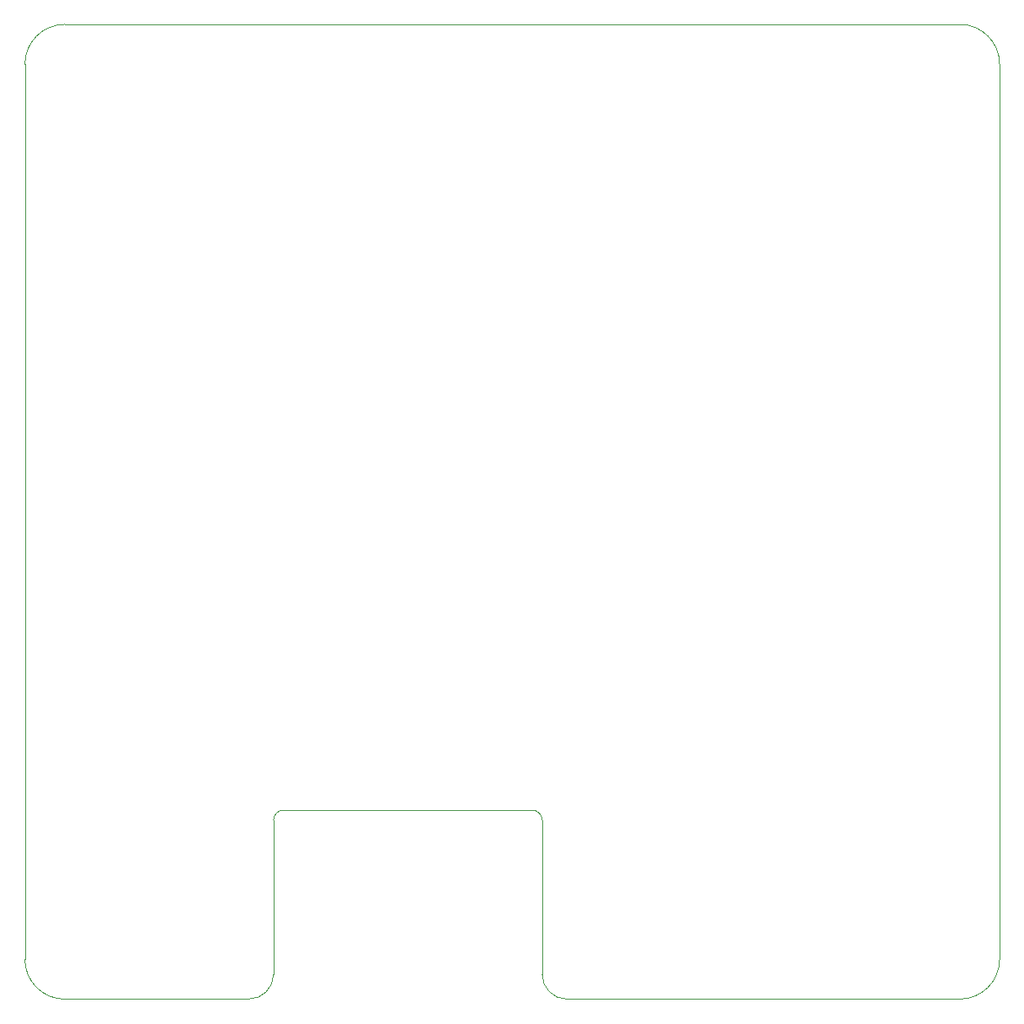
<source format=gbr>
G04 #@! TF.GenerationSoftware,KiCad,Pcbnew,6.0.5+dfsg-1~bpo11+1*
G04 #@! TF.ProjectId,maglock,6d61676c-6f63-46b2-9e6b-696361645f70,2.0*
G04 #@! TF.SameCoordinates,Original*
G04 #@! TF.FileFunction,Profile,NP*
%FSLAX46Y46*%
G04 Gerber Fmt 4.6, Leading zero omitted, Abs format (unit mm)*
%MOMM*%
%LPD*%
G01*
G04 APERTURE LIST*
G04 #@! TA.AperFunction,Profile*
%ADD10C,0.100000*%
G04 #@! TD*
G04 APERTURE END LIST*
D10*
X105000000Y-146000000D02*
G75*
G03*
X109000000Y-150000000I4000000J0D01*
G01*
X105000000Y-146000000D02*
X105000000Y-56000000D01*
X127500000Y-150000000D02*
X109000000Y-150000000D01*
X157000000Y-132000000D02*
G75*
G03*
X156000000Y-131000000I-1000000J0D01*
G01*
X109000000Y-52000000D02*
G75*
G03*
X105000000Y-56000000I0J-4000000D01*
G01*
X131000000Y-131000000D02*
X156000000Y-131000000D01*
X131000000Y-131000000D02*
G75*
G03*
X130000000Y-132000000I0J-1000000D01*
G01*
X203000000Y-56000000D02*
G75*
G03*
X199000000Y-52000000I-4000000J0D01*
G01*
X199000000Y-150000000D02*
G75*
G03*
X203000000Y-146000000I0J4000000D01*
G01*
X127500000Y-150000000D02*
G75*
G03*
X130000000Y-147500000I0J2500000D01*
G01*
X109000000Y-52000000D02*
X199000000Y-52000000D01*
X203000000Y-56000000D02*
X203000000Y-146000000D01*
X199000000Y-150000000D02*
X159500000Y-150000000D01*
X157000000Y-147500000D02*
G75*
G03*
X159500000Y-150000000I2500000J0D01*
G01*
X130000000Y-147500000D02*
X130000000Y-132000000D01*
X157000000Y-132000000D02*
X157000000Y-147500000D01*
M02*

</source>
